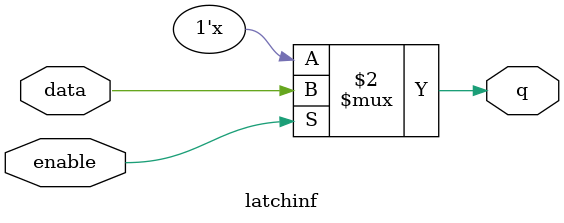
<source format=v>
module latchinf (enable, data, q);
   input  enable, data;
   output q;
   reg    q;
   always @ (enable or data)
      if (enable)
         q <= data;
endmodule

</source>
